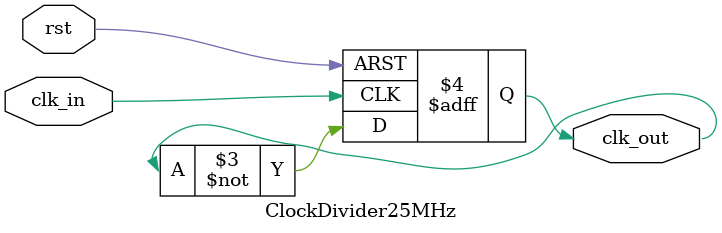
<source format=v>

module ClockDivider25MHz (
    input wire clk_in,     // 50 MHz input
    input wire rst,        // Active-low reset
    output reg clk_out     // 25 MHz output
);

    always @(posedge clk_in or negedge rst) begin
        if (!rst)
            clk_out <= 0;
        else
            clk_out <= ~clk_out; // toggle every 20ns → 25 MHz
    end

endmodule

</source>
